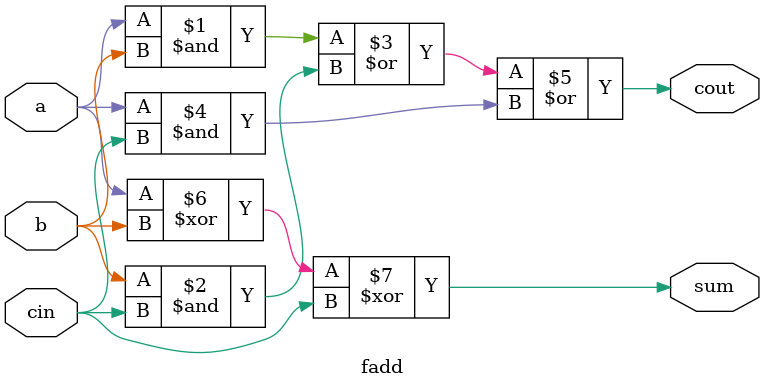
<source format=v>

module bcd100_adder (
    input [399:0] a,
    b,
    input cin,
    output cout,
    output [399:0] sum
);

    // create 100 bcd adder
    genvar i;
    wire [100:0] carry;
    generate
        for (i = 0; i < 100; i = i + 1) begin : bcdadd_genblock
            bcdadd inst (
                .cout(carry[i+1]),
                .sum(sum[(i*4)+3:(i*4)]),
                .a(a[(i*4)+3:(i*4)]),
                .b(b[(i*4)+3:(i*4)]),
                .cin(i ? carry[i] : cin)
            );
        end
    endgenerate

    assign cout = carry[100];

endmodule


// binary-coded-decimal adder implementation
module bcdadd (
    output cout,
    output [3:0] sum,
    input [3:0] a,
    input [3:0] b,
    input cin
);

    wire [4:0] temp_sum, new_sum;

    assign temp_sum = a + b + cin;  // the code that substitutes those under

    // genvar i;
    // wire [4:1] carry;
    // generate
    //     for (i = 0; i < 4; i = i + 1) begin : fadd_genblock
    //         fadd inst (
    //             .cout(carry[i+1]),
    //             .sum(temp_sum[i]),
    //             .a(a[i]),
    //             .b(b[i]),
    //             .cin(i ? carry[i] : cin)
    //         );
    //     end
    // endgenerate

    // assign temp_sum[4] = carry[4];

    assign new_sum = (temp_sum > 4'd9) ? temp_sum + 4'd6 : temp_sum;

    assign cout = new_sum[4];
    assign sum = new_sum[3:0];

endmodule


// full adder implementation
module fadd (
    output cout,
    output sum,
    input  a,
    input  b,
    input  cin
);
    assign cout = a & b | b & cin | a & cin;
    assign sum  = a ^ b ^ cin;
endmodule

</source>
